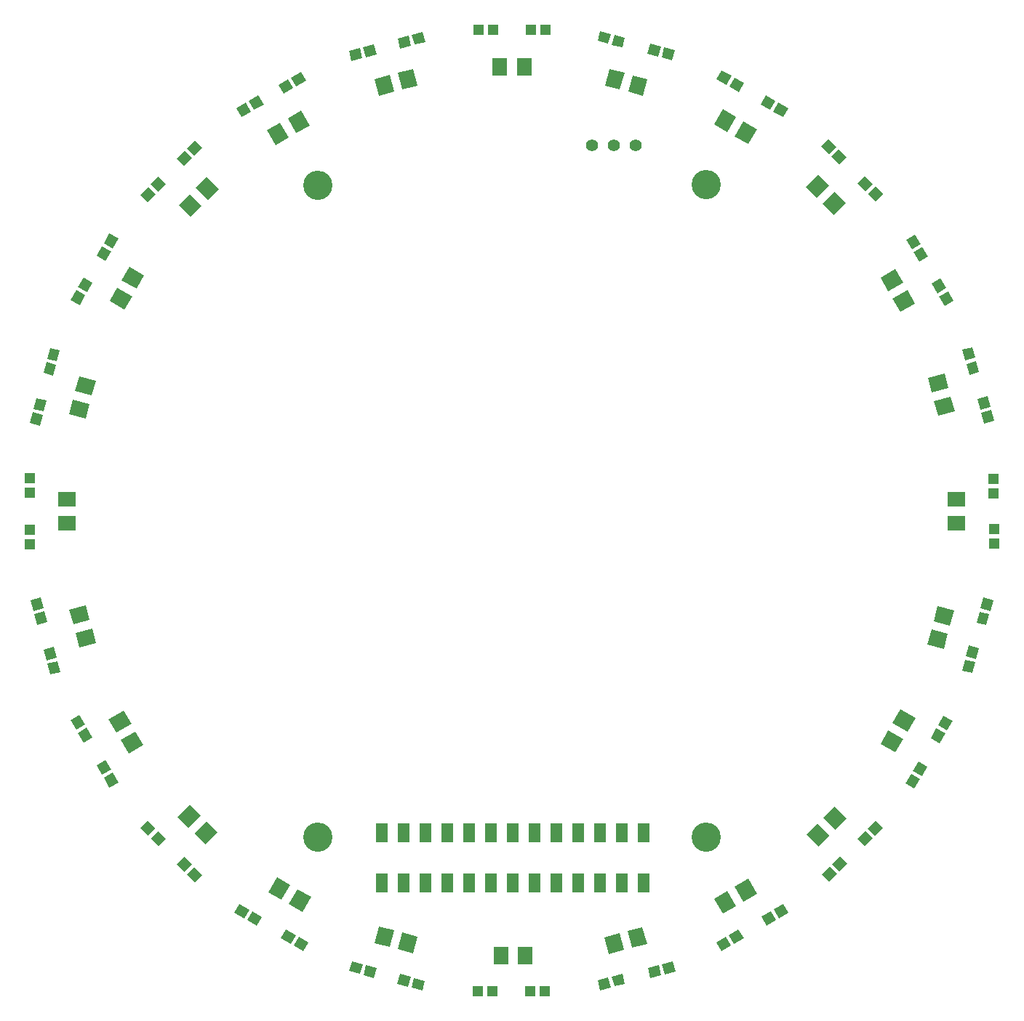
<source format=gts>
G75*
%MOIN*%
%OFA0B0*%
%FSLAX25Y25*%
%IPPOS*%
%LPD*%
%AMOC8*
5,1,8,0,0,1.08239X$1,22.5*
%
%ADD10C,0.13398*%
%ADD11R,0.07099X0.07887*%
%ADD12R,0.07887X0.07099*%
%ADD13R,0.05800X0.08800*%
%ADD14C,0.05600*%
%ADD15R,0.05131X0.04737*%
%ADD16R,0.04737X0.05131*%
D10*
X0252603Y0172546D03*
X0430802Y0172565D03*
X0430814Y0471795D03*
X0252590Y0471775D03*
D11*
G36*
X0239472Y0493504D02*
X0233325Y0489955D01*
X0229382Y0496784D01*
X0235529Y0500333D01*
X0239472Y0493504D01*
G37*
G36*
X0249018Y0499016D02*
X0242871Y0495467D01*
X0238928Y0502296D01*
X0245075Y0505845D01*
X0249018Y0499016D01*
G37*
G36*
X0287724Y0514583D02*
X0280869Y0512746D01*
X0278828Y0520363D01*
X0285683Y0522200D01*
X0287724Y0514583D01*
G37*
G36*
X0298372Y0517437D02*
X0291517Y0515600D01*
X0289476Y0523217D01*
X0296331Y0525054D01*
X0298372Y0517437D01*
G37*
X0336188Y0525800D03*
X0347212Y0525800D03*
G36*
X0391183Y0515500D02*
X0384328Y0517337D01*
X0386369Y0524954D01*
X0393224Y0523117D01*
X0391183Y0515500D01*
G37*
G36*
X0401831Y0512646D02*
X0394976Y0514483D01*
X0397017Y0522100D01*
X0403872Y0520263D01*
X0401831Y0512646D01*
G37*
G36*
X0440429Y0496067D02*
X0434282Y0499616D01*
X0438225Y0506445D01*
X0444372Y0502896D01*
X0440429Y0496067D01*
G37*
G36*
X0449975Y0490555D02*
X0443828Y0494104D01*
X0447771Y0500933D01*
X0453918Y0497384D01*
X0449975Y0490555D01*
G37*
G36*
X0481425Y0465900D02*
X0476406Y0470919D01*
X0481981Y0476494D01*
X0487000Y0471475D01*
X0481425Y0465900D01*
G37*
G36*
X0489219Y0458106D02*
X0484200Y0463125D01*
X0489775Y0468700D01*
X0494794Y0463681D01*
X0489219Y0458106D01*
G37*
G36*
X0514104Y0423028D02*
X0510555Y0429175D01*
X0517384Y0433118D01*
X0520933Y0426971D01*
X0514104Y0423028D01*
G37*
G36*
X0519616Y0413482D02*
X0516067Y0419629D01*
X0522896Y0423572D01*
X0526445Y0417425D01*
X0519616Y0413482D01*
G37*
G36*
X0534183Y0376476D02*
X0532346Y0383331D01*
X0539963Y0385372D01*
X0541800Y0378517D01*
X0534183Y0376476D01*
G37*
G36*
X0537037Y0365828D02*
X0535200Y0372683D01*
X0542817Y0374724D01*
X0544654Y0367869D01*
X0537037Y0365828D01*
G37*
G36*
X0534900Y0271717D02*
X0536737Y0278572D01*
X0544354Y0276531D01*
X0542517Y0269676D01*
X0534900Y0271717D01*
G37*
G36*
X0532046Y0261069D02*
X0533883Y0267924D01*
X0541500Y0265883D01*
X0539663Y0259028D01*
X0532046Y0261069D01*
G37*
G36*
X0516167Y0224971D02*
X0519716Y0231118D01*
X0526545Y0227175D01*
X0522996Y0221028D01*
X0516167Y0224971D01*
G37*
G36*
X0510655Y0215425D02*
X0514204Y0221572D01*
X0521033Y0217629D01*
X0517484Y0211482D01*
X0510655Y0215425D01*
G37*
G36*
X0484400Y0181675D02*
X0489419Y0186694D01*
X0494994Y0181119D01*
X0489975Y0176100D01*
X0484400Y0181675D01*
G37*
G36*
X0476606Y0173881D02*
X0481625Y0178900D01*
X0487200Y0173325D01*
X0482181Y0168306D01*
X0476606Y0173881D01*
G37*
G36*
X0443828Y0149896D02*
X0449975Y0153445D01*
X0453918Y0146616D01*
X0447771Y0143067D01*
X0443828Y0149896D01*
G37*
G36*
X0434282Y0144384D02*
X0440429Y0147933D01*
X0444372Y0141104D01*
X0438225Y0137555D01*
X0434282Y0144384D01*
G37*
G36*
X0394676Y0129517D02*
X0401531Y0131354D01*
X0403572Y0123737D01*
X0396717Y0121900D01*
X0394676Y0129517D01*
G37*
G36*
X0384028Y0126663D02*
X0390883Y0128500D01*
X0392924Y0120883D01*
X0386069Y0119046D01*
X0384028Y0126663D01*
G37*
X0347812Y0118300D03*
X0336788Y0118300D03*
G36*
X0291517Y0128800D02*
X0298372Y0126963D01*
X0296331Y0119346D01*
X0289476Y0121183D01*
X0291517Y0128800D01*
G37*
G36*
X0280869Y0131654D02*
X0287724Y0129817D01*
X0285683Y0122200D01*
X0278828Y0124037D01*
X0280869Y0131654D01*
G37*
G36*
X0243471Y0148733D02*
X0249618Y0145184D01*
X0245675Y0138355D01*
X0239528Y0141904D01*
X0243471Y0148733D01*
G37*
G36*
X0233925Y0154245D02*
X0240072Y0150696D01*
X0236129Y0143867D01*
X0229982Y0147416D01*
X0233925Y0154245D01*
G37*
G36*
X0201775Y0179800D02*
X0206794Y0174781D01*
X0201219Y0169206D01*
X0196200Y0174225D01*
X0201775Y0179800D01*
G37*
G36*
X0193981Y0187594D02*
X0199000Y0182575D01*
X0193425Y0177000D01*
X0188406Y0182019D01*
X0193981Y0187594D01*
G37*
G36*
X0169196Y0221072D02*
X0172745Y0214925D01*
X0165916Y0210982D01*
X0162367Y0217129D01*
X0169196Y0221072D01*
G37*
G36*
X0163684Y0230618D02*
X0167233Y0224471D01*
X0160404Y0220528D01*
X0156855Y0226675D01*
X0163684Y0230618D01*
G37*
G36*
X0149217Y0268424D02*
X0151054Y0261569D01*
X0143437Y0259528D01*
X0141600Y0266383D01*
X0149217Y0268424D01*
G37*
G36*
X0146363Y0279072D02*
X0148200Y0272217D01*
X0140583Y0270176D01*
X0138746Y0277031D01*
X0146363Y0279072D01*
G37*
G36*
X0148100Y0371383D02*
X0146263Y0364528D01*
X0138646Y0366569D01*
X0140483Y0373424D01*
X0148100Y0371383D01*
G37*
G36*
X0150954Y0382031D02*
X0149117Y0375176D01*
X0141500Y0377217D01*
X0143337Y0384072D01*
X0150954Y0382031D01*
G37*
G36*
X0167633Y0420729D02*
X0164084Y0414582D01*
X0157255Y0418525D01*
X0160804Y0424672D01*
X0167633Y0420729D01*
G37*
G36*
X0173145Y0430275D02*
X0169596Y0424128D01*
X0162767Y0428071D01*
X0166316Y0434218D01*
X0173145Y0430275D01*
G37*
G36*
X0199500Y0462125D02*
X0194481Y0457106D01*
X0188906Y0462681D01*
X0193925Y0467700D01*
X0199500Y0462125D01*
G37*
G36*
X0207294Y0469919D02*
X0202275Y0464900D01*
X0196700Y0470475D01*
X0201719Y0475494D01*
X0207294Y0469919D01*
G37*
D12*
X0137800Y0327612D03*
X0137800Y0316588D03*
X0545500Y0316588D03*
X0545500Y0327612D03*
D13*
X0402100Y0174600D03*
X0392100Y0174600D03*
X0382100Y0174600D03*
X0372100Y0174600D03*
X0362100Y0174600D03*
X0352100Y0174600D03*
X0342100Y0174600D03*
X0332100Y0174600D03*
X0322100Y0174600D03*
X0312100Y0174600D03*
X0302100Y0174600D03*
X0292100Y0174600D03*
X0282100Y0174600D03*
X0282100Y0151600D03*
X0292100Y0151600D03*
X0302100Y0151600D03*
X0312100Y0151600D03*
X0322100Y0151600D03*
X0332100Y0151600D03*
X0342100Y0151600D03*
X0352100Y0151600D03*
X0362100Y0151600D03*
X0372100Y0151600D03*
X0382100Y0151600D03*
X0392100Y0151600D03*
X0402100Y0151600D03*
D14*
X0398470Y0490010D03*
X0388470Y0490010D03*
X0378470Y0490010D03*
D15*
G36*
X0174595Y0180154D02*
X0178222Y0176527D01*
X0174873Y0173178D01*
X0171246Y0176805D01*
X0174595Y0180154D01*
G37*
G36*
X0179327Y0175422D02*
X0182954Y0171795D01*
X0179605Y0168446D01*
X0175978Y0172073D01*
X0179327Y0175422D01*
G37*
G36*
X0191395Y0163754D02*
X0195022Y0160127D01*
X0191673Y0156778D01*
X0188046Y0160405D01*
X0191395Y0163754D01*
G37*
G36*
X0196127Y0159022D02*
X0199754Y0155395D01*
X0196405Y0152046D01*
X0192778Y0155673D01*
X0196127Y0159022D01*
G37*
G36*
X0216865Y0141906D02*
X0221307Y0139341D01*
X0218939Y0135240D01*
X0214497Y0137805D01*
X0216865Y0141906D01*
G37*
G36*
X0222661Y0138560D02*
X0227103Y0135995D01*
X0224735Y0131894D01*
X0220293Y0134459D01*
X0222661Y0138560D01*
G37*
G36*
X0238165Y0130306D02*
X0242607Y0127741D01*
X0240239Y0123640D01*
X0235797Y0126205D01*
X0238165Y0130306D01*
G37*
G36*
X0243961Y0126960D02*
X0248403Y0124395D01*
X0246035Y0120294D01*
X0241593Y0122859D01*
X0243961Y0126960D01*
G37*
G36*
X0268304Y0115717D02*
X0273258Y0114389D01*
X0272032Y0109815D01*
X0267078Y0111143D01*
X0268304Y0115717D01*
G37*
G36*
X0274768Y0113985D02*
X0279722Y0112657D01*
X0278496Y0108083D01*
X0273542Y0109411D01*
X0274768Y0113985D01*
G37*
G36*
X0290404Y0109817D02*
X0295358Y0108489D01*
X0294132Y0103915D01*
X0289178Y0105243D01*
X0290404Y0109817D01*
G37*
G36*
X0296868Y0108085D02*
X0301822Y0106757D01*
X0300596Y0102183D01*
X0295642Y0103511D01*
X0296868Y0108085D01*
G37*
X0326054Y0101900D03*
X0332746Y0101900D03*
X0349954Y0101800D03*
X0356646Y0101800D03*
G36*
X0380878Y0106957D02*
X0385832Y0108285D01*
X0387058Y0103711D01*
X0382104Y0102383D01*
X0380878Y0106957D01*
G37*
G36*
X0387342Y0108689D02*
X0392296Y0110017D01*
X0393522Y0105443D01*
X0388568Y0104115D01*
X0387342Y0108689D01*
G37*
G36*
X0403978Y0112457D02*
X0408932Y0113785D01*
X0410158Y0109211D01*
X0405204Y0107883D01*
X0403978Y0112457D01*
G37*
G36*
X0410442Y0114189D02*
X0415396Y0115517D01*
X0416622Y0110943D01*
X0411668Y0109615D01*
X0410442Y0114189D01*
G37*
G36*
X0435297Y0124395D02*
X0439739Y0126960D01*
X0442107Y0122859D01*
X0437665Y0120294D01*
X0435297Y0124395D01*
G37*
G36*
X0441093Y0127741D02*
X0445535Y0130306D01*
X0447903Y0126205D01*
X0443461Y0123640D01*
X0441093Y0127741D01*
G37*
G36*
X0455897Y0136195D02*
X0460339Y0138760D01*
X0462707Y0134659D01*
X0458265Y0132094D01*
X0455897Y0136195D01*
G37*
G36*
X0461693Y0139541D02*
X0466135Y0142106D01*
X0468503Y0138005D01*
X0464061Y0135440D01*
X0461693Y0139541D01*
G37*
G36*
X0483746Y0155695D02*
X0487373Y0159322D01*
X0490722Y0155973D01*
X0487095Y0152346D01*
X0483746Y0155695D01*
G37*
G36*
X0488478Y0160427D02*
X0492105Y0164054D01*
X0495454Y0160705D01*
X0491827Y0157078D01*
X0488478Y0160427D01*
G37*
G36*
X0500046Y0171995D02*
X0503673Y0175622D01*
X0507022Y0172273D01*
X0503395Y0168646D01*
X0500046Y0171995D01*
G37*
G36*
X0504778Y0176727D02*
X0508405Y0180354D01*
X0511754Y0177005D01*
X0508127Y0173378D01*
X0504778Y0176727D01*
G37*
G36*
X0522094Y0197165D02*
X0524659Y0201607D01*
X0528760Y0199239D01*
X0526195Y0194797D01*
X0522094Y0197165D01*
G37*
G36*
X0525440Y0202961D02*
X0528005Y0207403D01*
X0532106Y0205035D01*
X0529541Y0200593D01*
X0525440Y0202961D01*
G37*
G36*
X0533594Y0218065D02*
X0536159Y0222507D01*
X0540260Y0220139D01*
X0537695Y0215697D01*
X0533594Y0218065D01*
G37*
G36*
X0536940Y0223861D02*
X0539505Y0228303D01*
X0543606Y0225935D01*
X0541041Y0221493D01*
X0536940Y0223861D01*
G37*
G36*
X0548083Y0249104D02*
X0549411Y0254058D01*
X0553985Y0252832D01*
X0552657Y0247878D01*
X0548083Y0249104D01*
G37*
G36*
X0549815Y0255568D02*
X0551143Y0260522D01*
X0555717Y0259296D01*
X0554389Y0254342D01*
X0549815Y0255568D01*
G37*
G36*
X0554583Y0271104D02*
X0555911Y0276058D01*
X0560485Y0274832D01*
X0559157Y0269878D01*
X0554583Y0271104D01*
G37*
G36*
X0556315Y0277568D02*
X0557643Y0282522D01*
X0562217Y0281296D01*
X0560889Y0276342D01*
X0556315Y0277568D01*
G37*
G36*
X0558043Y0362278D02*
X0556715Y0367232D01*
X0561289Y0368458D01*
X0562617Y0363504D01*
X0558043Y0362278D01*
G37*
G36*
X0556311Y0368742D02*
X0554983Y0373696D01*
X0559557Y0374922D01*
X0560885Y0369968D01*
X0556311Y0368742D01*
G37*
G36*
X0551243Y0384778D02*
X0549915Y0389732D01*
X0554489Y0390958D01*
X0555817Y0386004D01*
X0551243Y0384778D01*
G37*
G36*
X0549511Y0391242D02*
X0548183Y0396196D01*
X0552757Y0397422D01*
X0554085Y0392468D01*
X0549511Y0391242D01*
G37*
G36*
X0540005Y0416297D02*
X0537440Y0420739D01*
X0541541Y0423107D01*
X0544106Y0418665D01*
X0540005Y0416297D01*
G37*
G36*
X0536659Y0422093D02*
X0534094Y0426535D01*
X0538195Y0428903D01*
X0540760Y0424461D01*
X0536659Y0422093D01*
G37*
G36*
X0528305Y0436497D02*
X0525740Y0440939D01*
X0529841Y0443307D01*
X0532406Y0438865D01*
X0528305Y0436497D01*
G37*
G36*
X0524959Y0442293D02*
X0522394Y0446735D01*
X0526495Y0449103D01*
X0529060Y0444661D01*
X0524959Y0442293D01*
G37*
G36*
X0508505Y0464146D02*
X0504878Y0467773D01*
X0508227Y0471122D01*
X0511854Y0467495D01*
X0508505Y0464146D01*
G37*
G36*
X0503773Y0468878D02*
X0500146Y0472505D01*
X0503495Y0475854D01*
X0507122Y0472227D01*
X0503773Y0468878D01*
G37*
G36*
X0491705Y0481146D02*
X0488078Y0484773D01*
X0491427Y0488122D01*
X0495054Y0484495D01*
X0491705Y0481146D01*
G37*
G36*
X0486973Y0485878D02*
X0483346Y0489505D01*
X0486695Y0492854D01*
X0490322Y0489227D01*
X0486973Y0485878D01*
G37*
G36*
X0465935Y0502794D02*
X0461493Y0505359D01*
X0463861Y0509460D01*
X0468303Y0506895D01*
X0465935Y0502794D01*
G37*
G36*
X0460139Y0506140D02*
X0455697Y0508705D01*
X0458065Y0512806D01*
X0462507Y0510241D01*
X0460139Y0506140D01*
G37*
G36*
X0445735Y0514394D02*
X0441293Y0516959D01*
X0443661Y0521060D01*
X0448103Y0518495D01*
X0445735Y0514394D01*
G37*
G36*
X0439939Y0517740D02*
X0435497Y0520305D01*
X0437865Y0524406D01*
X0442307Y0521841D01*
X0439939Y0517740D01*
G37*
G36*
X0415196Y0528883D02*
X0410242Y0530211D01*
X0411468Y0534785D01*
X0416422Y0533457D01*
X0415196Y0528883D01*
G37*
G36*
X0408732Y0530615D02*
X0403778Y0531943D01*
X0405004Y0536517D01*
X0409958Y0535189D01*
X0408732Y0530615D01*
G37*
G36*
X0392296Y0534783D02*
X0387342Y0536111D01*
X0388568Y0540685D01*
X0393522Y0539357D01*
X0392296Y0534783D01*
G37*
G36*
X0385832Y0536515D02*
X0380878Y0537843D01*
X0382104Y0542417D01*
X0387058Y0541089D01*
X0385832Y0536515D01*
G37*
X0356946Y0543100D03*
X0350254Y0543100D03*
X0332946Y0543000D03*
X0326254Y0543000D03*
G36*
X0301922Y0537443D02*
X0296968Y0536115D01*
X0295742Y0540689D01*
X0300696Y0542017D01*
X0301922Y0537443D01*
G37*
G36*
X0295458Y0535711D02*
X0290504Y0534383D01*
X0289278Y0538957D01*
X0294232Y0540285D01*
X0295458Y0535711D01*
G37*
G36*
X0279622Y0531643D02*
X0274668Y0530315D01*
X0273442Y0534889D01*
X0278396Y0536217D01*
X0279622Y0531643D01*
G37*
G36*
X0273158Y0529911D02*
X0268204Y0528583D01*
X0266978Y0533157D01*
X0271932Y0534485D01*
X0273158Y0529911D01*
G37*
G36*
X0247303Y0519505D02*
X0242861Y0516940D01*
X0240493Y0521041D01*
X0244935Y0523606D01*
X0247303Y0519505D01*
G37*
G36*
X0241507Y0516159D02*
X0237065Y0513594D01*
X0234697Y0517695D01*
X0239139Y0520260D01*
X0241507Y0516159D01*
G37*
G36*
X0227903Y0508705D02*
X0223461Y0506140D01*
X0221093Y0510241D01*
X0225535Y0512806D01*
X0227903Y0508705D01*
G37*
G36*
X0222107Y0505359D02*
X0217665Y0502794D01*
X0215297Y0506895D01*
X0219739Y0509460D01*
X0222107Y0505359D01*
G37*
G36*
X0199754Y0489005D02*
X0196127Y0485378D01*
X0192778Y0488727D01*
X0196405Y0492354D01*
X0199754Y0489005D01*
G37*
G36*
X0195022Y0484273D02*
X0191395Y0480646D01*
X0188046Y0483995D01*
X0191673Y0487622D01*
X0195022Y0484273D01*
G37*
G36*
X0183154Y0472405D02*
X0179527Y0468778D01*
X0176178Y0472127D01*
X0179805Y0475754D01*
X0183154Y0472405D01*
G37*
G36*
X0178422Y0467673D02*
X0174795Y0464046D01*
X0171446Y0467395D01*
X0175073Y0471022D01*
X0178422Y0467673D01*
G37*
G36*
X0161306Y0447135D02*
X0158741Y0442693D01*
X0154640Y0445061D01*
X0157205Y0449503D01*
X0161306Y0447135D01*
G37*
G36*
X0157960Y0441339D02*
X0155395Y0436897D01*
X0151294Y0439265D01*
X0153859Y0443707D01*
X0157960Y0441339D01*
G37*
G36*
X0149506Y0426935D02*
X0146941Y0422493D01*
X0142840Y0424861D01*
X0145405Y0429303D01*
X0149506Y0426935D01*
G37*
G36*
X0146160Y0421139D02*
X0143595Y0416697D01*
X0139494Y0419065D01*
X0142059Y0423507D01*
X0146160Y0421139D01*
G37*
G36*
X0134517Y0395796D02*
X0133189Y0390842D01*
X0128615Y0392068D01*
X0129943Y0397022D01*
X0134517Y0395796D01*
G37*
G36*
X0132785Y0389332D02*
X0131457Y0384378D01*
X0126883Y0385604D01*
X0128211Y0390558D01*
X0132785Y0389332D01*
G37*
G36*
X0128417Y0372796D02*
X0127089Y0367842D01*
X0122515Y0369068D01*
X0123843Y0374022D01*
X0128417Y0372796D01*
G37*
G36*
X0126685Y0366332D02*
X0125357Y0361378D01*
X0120783Y0362604D01*
X0122111Y0367558D01*
X0126685Y0366332D01*
G37*
G36*
X0125657Y0282622D02*
X0126985Y0277668D01*
X0122411Y0276442D01*
X0121083Y0281396D01*
X0125657Y0282622D01*
G37*
G36*
X0127389Y0276158D02*
X0128717Y0271204D01*
X0124143Y0269978D01*
X0122815Y0274932D01*
X0127389Y0276158D01*
G37*
G36*
X0131657Y0259822D02*
X0132985Y0254868D01*
X0128411Y0253642D01*
X0127083Y0258596D01*
X0131657Y0259822D01*
G37*
G36*
X0133389Y0253358D02*
X0134717Y0248404D01*
X0130143Y0247178D01*
X0128815Y0252132D01*
X0133389Y0253358D01*
G37*
G36*
X0143495Y0228603D02*
X0146060Y0224161D01*
X0141959Y0221793D01*
X0139394Y0226235D01*
X0143495Y0228603D01*
G37*
G36*
X0146841Y0222807D02*
X0149406Y0218365D01*
X0145305Y0215997D01*
X0142740Y0220439D01*
X0146841Y0222807D01*
G37*
G36*
X0155395Y0208003D02*
X0157960Y0203561D01*
X0153859Y0201193D01*
X0151294Y0205635D01*
X0155395Y0208003D01*
G37*
G36*
X0158741Y0202207D02*
X0161306Y0197765D01*
X0157205Y0195397D01*
X0154640Y0199839D01*
X0158741Y0202207D01*
G37*
D16*
X0120600Y0306954D03*
X0120600Y0313646D03*
X0120600Y0330454D03*
X0120600Y0337146D03*
X0562500Y0337046D03*
X0562500Y0330354D03*
X0562700Y0313946D03*
X0562700Y0307254D03*
M02*

</source>
